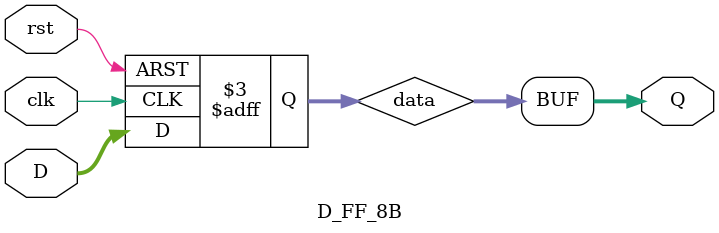
<source format=sv>
module D_FF_8B
(
	input logic clk,
	input logic rst,
	input logic [7:0]D,
	output logic [7:0]Q
);
reg [7:0] data;
always_ff @(posedge clk or negedge rst)
begin 
	if (!rst)
	data<= 8'b0;
	else 
	data <= D;
end 
assign Q = data;
endmodule

</source>
